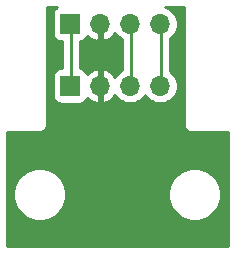
<source format=gbr>
G04 #@! TF.GenerationSoftware,KiCad,Pcbnew,(5.1.8)-1*
G04 #@! TF.CreationDate,2021-02-09T21:39:22+01:00*
G04 #@! TF.ProjectId,sensor_u,73656e73-6f72-45f7-952e-6b696361645f,rev?*
G04 #@! TF.SameCoordinates,Original*
G04 #@! TF.FileFunction,Copper,L1,Top*
G04 #@! TF.FilePolarity,Positive*
%FSLAX46Y46*%
G04 Gerber Fmt 4.6, Leading zero omitted, Abs format (unit mm)*
G04 Created by KiCad (PCBNEW (5.1.8)-1) date 2021-02-09 21:39:22*
%MOMM*%
%LPD*%
G01*
G04 APERTURE LIST*
G04 #@! TA.AperFunction,ComponentPad*
%ADD10O,1.700000X1.700000*%
G04 #@! TD*
G04 #@! TA.AperFunction,ComponentPad*
%ADD11R,1.700000X1.700000*%
G04 #@! TD*
G04 #@! TA.AperFunction,Conductor*
%ADD12C,0.250000*%
G04 #@! TD*
G04 #@! TA.AperFunction,Conductor*
%ADD13C,0.254000*%
G04 #@! TD*
G04 #@! TA.AperFunction,Conductor*
%ADD14C,0.100000*%
G04 #@! TD*
G04 APERTURE END LIST*
D10*
X73863200Y-73837800D03*
X71323200Y-73837800D03*
X68783200Y-73837800D03*
D11*
X66243200Y-73837800D03*
X66243200Y-68580000D03*
D10*
X68783200Y-68580000D03*
X71323200Y-68580000D03*
X73863200Y-68580000D03*
D12*
X66294000Y-68630800D02*
X66243200Y-68580000D01*
X66294000Y-74422000D02*
X66294000Y-68630800D01*
X73914000Y-68630800D02*
X73863200Y-68580000D01*
X73914000Y-74422000D02*
X73914000Y-68630800D01*
X71374000Y-68630800D02*
X71323200Y-68580000D01*
X71374000Y-74422000D02*
X71374000Y-68630800D01*
D13*
X65038706Y-67199463D02*
X64942015Y-67278815D01*
X64862663Y-67375506D01*
X64803698Y-67485820D01*
X64767388Y-67605518D01*
X64755128Y-67730000D01*
X64755128Y-69430000D01*
X64767388Y-69554482D01*
X64803698Y-69674180D01*
X64862663Y-69784494D01*
X64942015Y-69881185D01*
X65038706Y-69960537D01*
X65149020Y-70019502D01*
X65268718Y-70055812D01*
X65393200Y-70068072D01*
X65534001Y-70068072D01*
X65534000Y-72349728D01*
X65393200Y-72349728D01*
X65268718Y-72361988D01*
X65149020Y-72398298D01*
X65038706Y-72457263D01*
X64942015Y-72536615D01*
X64862663Y-72633306D01*
X64803698Y-72743620D01*
X64767388Y-72863318D01*
X64755128Y-72987800D01*
X64755128Y-74687800D01*
X64767388Y-74812282D01*
X64803698Y-74931980D01*
X64862663Y-75042294D01*
X64942015Y-75138985D01*
X65038706Y-75218337D01*
X65149020Y-75277302D01*
X65268718Y-75313612D01*
X65393200Y-75325872D01*
X67093200Y-75325872D01*
X67217682Y-75313612D01*
X67337380Y-75277302D01*
X67447694Y-75218337D01*
X67544385Y-75138985D01*
X67623737Y-75042294D01*
X67682702Y-74931980D01*
X67707166Y-74851334D01*
X67782931Y-74935388D01*
X68016280Y-75109441D01*
X68279101Y-75234625D01*
X68426310Y-75279276D01*
X68656200Y-75157955D01*
X68656200Y-73964800D01*
X68636200Y-73964800D01*
X68636200Y-73710800D01*
X68656200Y-73710800D01*
X68656200Y-72517645D01*
X68426310Y-72396324D01*
X68279101Y-72440975D01*
X68016280Y-72566159D01*
X67782931Y-72740212D01*
X67707166Y-72824266D01*
X67682702Y-72743620D01*
X67623737Y-72633306D01*
X67544385Y-72536615D01*
X67447694Y-72457263D01*
X67337380Y-72398298D01*
X67217682Y-72361988D01*
X67093200Y-72349728D01*
X67054000Y-72349728D01*
X67054000Y-70068072D01*
X67093200Y-70068072D01*
X67217682Y-70055812D01*
X67337380Y-70019502D01*
X67447694Y-69960537D01*
X67544385Y-69881185D01*
X67623737Y-69784494D01*
X67682702Y-69674180D01*
X67707166Y-69593534D01*
X67782931Y-69677588D01*
X68016280Y-69851641D01*
X68279101Y-69976825D01*
X68426310Y-70021476D01*
X68656200Y-69900155D01*
X68656200Y-68707000D01*
X68636200Y-68707000D01*
X68636200Y-68453000D01*
X68656200Y-68453000D01*
X68656200Y-68433000D01*
X68910200Y-68433000D01*
X68910200Y-68453000D01*
X68930200Y-68453000D01*
X68930200Y-68707000D01*
X68910200Y-68707000D01*
X68910200Y-69900155D01*
X69140090Y-70021476D01*
X69287299Y-69976825D01*
X69550120Y-69851641D01*
X69783469Y-69677588D01*
X69978378Y-69461355D01*
X70048005Y-69344466D01*
X70169725Y-69526632D01*
X70376568Y-69733475D01*
X70614001Y-69892122D01*
X70614000Y-72525678D01*
X70376568Y-72684325D01*
X70169725Y-72891168D01*
X70048005Y-73073334D01*
X69978378Y-72956445D01*
X69783469Y-72740212D01*
X69550120Y-72566159D01*
X69287299Y-72440975D01*
X69140090Y-72396324D01*
X68910200Y-72517645D01*
X68910200Y-73710800D01*
X68930200Y-73710800D01*
X68930200Y-73964800D01*
X68910200Y-73964800D01*
X68910200Y-75157955D01*
X69140090Y-75279276D01*
X69287299Y-75234625D01*
X69550120Y-75109441D01*
X69783469Y-74935388D01*
X69978378Y-74719155D01*
X70048005Y-74602266D01*
X70169725Y-74784432D01*
X70376568Y-74991275D01*
X70619789Y-75153790D01*
X70890042Y-75265732D01*
X71176940Y-75322800D01*
X71469460Y-75322800D01*
X71756358Y-75265732D01*
X72026611Y-75153790D01*
X72269832Y-74991275D01*
X72476675Y-74784432D01*
X72593200Y-74610040D01*
X72709725Y-74784432D01*
X72916568Y-74991275D01*
X73159789Y-75153790D01*
X73430042Y-75265732D01*
X73716940Y-75322800D01*
X74009460Y-75322800D01*
X74296358Y-75265732D01*
X74566611Y-75153790D01*
X74809832Y-74991275D01*
X75016675Y-74784432D01*
X75179190Y-74541211D01*
X75291132Y-74270958D01*
X75348200Y-73984060D01*
X75348200Y-73691540D01*
X75291132Y-73404642D01*
X75179190Y-73134389D01*
X75016675Y-72891168D01*
X74809832Y-72684325D01*
X74674000Y-72593565D01*
X74674000Y-69824235D01*
X74809832Y-69733475D01*
X75016675Y-69526632D01*
X75179190Y-69283411D01*
X75291132Y-69013158D01*
X75348200Y-68726260D01*
X75348200Y-68433740D01*
X75291132Y-68146842D01*
X75179190Y-67876589D01*
X75016675Y-67633368D01*
X74809832Y-67426525D01*
X74566611Y-67264010D01*
X74308748Y-67157200D01*
X75844801Y-67157200D01*
X75844800Y-77056748D01*
X75841608Y-77089317D01*
X75847816Y-77152039D01*
X75854350Y-77218382D01*
X75854398Y-77218539D01*
X75854413Y-77218694D01*
X75872970Y-77279762D01*
X75892090Y-77342792D01*
X75892166Y-77342934D01*
X75892212Y-77343086D01*
X75922560Y-77399798D01*
X75953375Y-77457449D01*
X75953478Y-77457574D01*
X75953552Y-77457713D01*
X75994043Y-77507004D01*
X76035852Y-77557948D01*
X76035978Y-77558051D01*
X76036077Y-77558172D01*
X76085018Y-77598298D01*
X76136350Y-77640425D01*
X76136495Y-77640502D01*
X76136615Y-77640601D01*
X76192502Y-77670439D01*
X76251007Y-77701710D01*
X76251163Y-77701757D01*
X76251301Y-77701831D01*
X76311775Y-77720144D01*
X76375417Y-77739450D01*
X76375581Y-77739466D01*
X76375729Y-77739511D01*
X76438817Y-77745694D01*
X76504800Y-77752193D01*
X76537381Y-77748984D01*
X79604001Y-77747516D01*
X79604000Y-87427200D01*
X60908800Y-87427200D01*
X60908800Y-82779872D01*
X61442800Y-82779872D01*
X61442800Y-83220128D01*
X61528690Y-83651925D01*
X61697169Y-84058669D01*
X61941762Y-84424729D01*
X62253071Y-84736038D01*
X62619131Y-84980631D01*
X63025875Y-85149110D01*
X63457672Y-85235000D01*
X63897928Y-85235000D01*
X64329725Y-85149110D01*
X64736469Y-84980631D01*
X65102529Y-84736038D01*
X65413838Y-84424729D01*
X65658431Y-84058669D01*
X65826910Y-83651925D01*
X65912800Y-83220128D01*
X65912800Y-82779872D01*
X74541000Y-82779872D01*
X74541000Y-83220128D01*
X74626890Y-83651925D01*
X74795369Y-84058669D01*
X75039962Y-84424729D01*
X75351271Y-84736038D01*
X75717331Y-84980631D01*
X76124075Y-85149110D01*
X76555872Y-85235000D01*
X76996128Y-85235000D01*
X77427925Y-85149110D01*
X77834669Y-84980631D01*
X78200729Y-84736038D01*
X78512038Y-84424729D01*
X78756631Y-84058669D01*
X78925110Y-83651925D01*
X79011000Y-83220128D01*
X79011000Y-82779872D01*
X78925110Y-82348075D01*
X78756631Y-81941331D01*
X78512038Y-81575271D01*
X78200729Y-81263962D01*
X77834669Y-81019369D01*
X77427925Y-80850890D01*
X76996128Y-80765000D01*
X76555872Y-80765000D01*
X76124075Y-80850890D01*
X75717331Y-81019369D01*
X75351271Y-81263962D01*
X75039962Y-81575271D01*
X74795369Y-81941331D01*
X74626890Y-82348075D01*
X74541000Y-82779872D01*
X65912800Y-82779872D01*
X65826910Y-82348075D01*
X65658431Y-81941331D01*
X65413838Y-81575271D01*
X65102529Y-81263962D01*
X64736469Y-81019369D01*
X64329725Y-80850890D01*
X63897928Y-80765000D01*
X63457672Y-80765000D01*
X63025875Y-80850890D01*
X62619131Y-81019369D01*
X62253071Y-81263962D01*
X61941762Y-81575271D01*
X61697169Y-81941331D01*
X61528690Y-82348075D01*
X61442800Y-82779872D01*
X60908800Y-82779872D01*
X60908800Y-77747551D01*
X63594403Y-77748983D01*
X63627000Y-77752193D01*
X63692475Y-77745744D01*
X63756035Y-77739518D01*
X63756201Y-77739468D01*
X63756382Y-77739450D01*
X63819231Y-77720385D01*
X63880466Y-77701845D01*
X63880623Y-77701761D01*
X63880792Y-77701710D01*
X63938100Y-77671078D01*
X63995155Y-77640621D01*
X63995291Y-77640509D01*
X63995449Y-77640425D01*
X64046717Y-77598350D01*
X64095697Y-77558197D01*
X64095805Y-77558065D01*
X64095948Y-77557948D01*
X64138423Y-77506192D01*
X64178228Y-77457743D01*
X64178309Y-77457591D01*
X64178425Y-77457450D01*
X64209736Y-77398871D01*
X64239574Y-77343119D01*
X64239624Y-77342953D01*
X64239710Y-77342793D01*
X64259040Y-77279071D01*
X64277380Y-77218729D01*
X64277397Y-77218558D01*
X64277450Y-77218383D01*
X64283980Y-77152086D01*
X64290192Y-77089353D01*
X64287000Y-77056766D01*
X64287000Y-67157200D01*
X65117773Y-67157200D01*
X65038706Y-67199463D01*
G04 #@! TA.AperFunction,Conductor*
D14*
G36*
X65038706Y-67199463D02*
G01*
X64942015Y-67278815D01*
X64862663Y-67375506D01*
X64803698Y-67485820D01*
X64767388Y-67605518D01*
X64755128Y-67730000D01*
X64755128Y-69430000D01*
X64767388Y-69554482D01*
X64803698Y-69674180D01*
X64862663Y-69784494D01*
X64942015Y-69881185D01*
X65038706Y-69960537D01*
X65149020Y-70019502D01*
X65268718Y-70055812D01*
X65393200Y-70068072D01*
X65534001Y-70068072D01*
X65534000Y-72349728D01*
X65393200Y-72349728D01*
X65268718Y-72361988D01*
X65149020Y-72398298D01*
X65038706Y-72457263D01*
X64942015Y-72536615D01*
X64862663Y-72633306D01*
X64803698Y-72743620D01*
X64767388Y-72863318D01*
X64755128Y-72987800D01*
X64755128Y-74687800D01*
X64767388Y-74812282D01*
X64803698Y-74931980D01*
X64862663Y-75042294D01*
X64942015Y-75138985D01*
X65038706Y-75218337D01*
X65149020Y-75277302D01*
X65268718Y-75313612D01*
X65393200Y-75325872D01*
X67093200Y-75325872D01*
X67217682Y-75313612D01*
X67337380Y-75277302D01*
X67447694Y-75218337D01*
X67544385Y-75138985D01*
X67623737Y-75042294D01*
X67682702Y-74931980D01*
X67707166Y-74851334D01*
X67782931Y-74935388D01*
X68016280Y-75109441D01*
X68279101Y-75234625D01*
X68426310Y-75279276D01*
X68656200Y-75157955D01*
X68656200Y-73964800D01*
X68636200Y-73964800D01*
X68636200Y-73710800D01*
X68656200Y-73710800D01*
X68656200Y-72517645D01*
X68426310Y-72396324D01*
X68279101Y-72440975D01*
X68016280Y-72566159D01*
X67782931Y-72740212D01*
X67707166Y-72824266D01*
X67682702Y-72743620D01*
X67623737Y-72633306D01*
X67544385Y-72536615D01*
X67447694Y-72457263D01*
X67337380Y-72398298D01*
X67217682Y-72361988D01*
X67093200Y-72349728D01*
X67054000Y-72349728D01*
X67054000Y-70068072D01*
X67093200Y-70068072D01*
X67217682Y-70055812D01*
X67337380Y-70019502D01*
X67447694Y-69960537D01*
X67544385Y-69881185D01*
X67623737Y-69784494D01*
X67682702Y-69674180D01*
X67707166Y-69593534D01*
X67782931Y-69677588D01*
X68016280Y-69851641D01*
X68279101Y-69976825D01*
X68426310Y-70021476D01*
X68656200Y-69900155D01*
X68656200Y-68707000D01*
X68636200Y-68707000D01*
X68636200Y-68453000D01*
X68656200Y-68453000D01*
X68656200Y-68433000D01*
X68910200Y-68433000D01*
X68910200Y-68453000D01*
X68930200Y-68453000D01*
X68930200Y-68707000D01*
X68910200Y-68707000D01*
X68910200Y-69900155D01*
X69140090Y-70021476D01*
X69287299Y-69976825D01*
X69550120Y-69851641D01*
X69783469Y-69677588D01*
X69978378Y-69461355D01*
X70048005Y-69344466D01*
X70169725Y-69526632D01*
X70376568Y-69733475D01*
X70614001Y-69892122D01*
X70614000Y-72525678D01*
X70376568Y-72684325D01*
X70169725Y-72891168D01*
X70048005Y-73073334D01*
X69978378Y-72956445D01*
X69783469Y-72740212D01*
X69550120Y-72566159D01*
X69287299Y-72440975D01*
X69140090Y-72396324D01*
X68910200Y-72517645D01*
X68910200Y-73710800D01*
X68930200Y-73710800D01*
X68930200Y-73964800D01*
X68910200Y-73964800D01*
X68910200Y-75157955D01*
X69140090Y-75279276D01*
X69287299Y-75234625D01*
X69550120Y-75109441D01*
X69783469Y-74935388D01*
X69978378Y-74719155D01*
X70048005Y-74602266D01*
X70169725Y-74784432D01*
X70376568Y-74991275D01*
X70619789Y-75153790D01*
X70890042Y-75265732D01*
X71176940Y-75322800D01*
X71469460Y-75322800D01*
X71756358Y-75265732D01*
X72026611Y-75153790D01*
X72269832Y-74991275D01*
X72476675Y-74784432D01*
X72593200Y-74610040D01*
X72709725Y-74784432D01*
X72916568Y-74991275D01*
X73159789Y-75153790D01*
X73430042Y-75265732D01*
X73716940Y-75322800D01*
X74009460Y-75322800D01*
X74296358Y-75265732D01*
X74566611Y-75153790D01*
X74809832Y-74991275D01*
X75016675Y-74784432D01*
X75179190Y-74541211D01*
X75291132Y-74270958D01*
X75348200Y-73984060D01*
X75348200Y-73691540D01*
X75291132Y-73404642D01*
X75179190Y-73134389D01*
X75016675Y-72891168D01*
X74809832Y-72684325D01*
X74674000Y-72593565D01*
X74674000Y-69824235D01*
X74809832Y-69733475D01*
X75016675Y-69526632D01*
X75179190Y-69283411D01*
X75291132Y-69013158D01*
X75348200Y-68726260D01*
X75348200Y-68433740D01*
X75291132Y-68146842D01*
X75179190Y-67876589D01*
X75016675Y-67633368D01*
X74809832Y-67426525D01*
X74566611Y-67264010D01*
X74308748Y-67157200D01*
X75844801Y-67157200D01*
X75844800Y-77056748D01*
X75841608Y-77089317D01*
X75847816Y-77152039D01*
X75854350Y-77218382D01*
X75854398Y-77218539D01*
X75854413Y-77218694D01*
X75872970Y-77279762D01*
X75892090Y-77342792D01*
X75892166Y-77342934D01*
X75892212Y-77343086D01*
X75922560Y-77399798D01*
X75953375Y-77457449D01*
X75953478Y-77457574D01*
X75953552Y-77457713D01*
X75994043Y-77507004D01*
X76035852Y-77557948D01*
X76035978Y-77558051D01*
X76036077Y-77558172D01*
X76085018Y-77598298D01*
X76136350Y-77640425D01*
X76136495Y-77640502D01*
X76136615Y-77640601D01*
X76192502Y-77670439D01*
X76251007Y-77701710D01*
X76251163Y-77701757D01*
X76251301Y-77701831D01*
X76311775Y-77720144D01*
X76375417Y-77739450D01*
X76375581Y-77739466D01*
X76375729Y-77739511D01*
X76438817Y-77745694D01*
X76504800Y-77752193D01*
X76537381Y-77748984D01*
X79604001Y-77747516D01*
X79604000Y-87427200D01*
X60908800Y-87427200D01*
X60908800Y-82779872D01*
X61442800Y-82779872D01*
X61442800Y-83220128D01*
X61528690Y-83651925D01*
X61697169Y-84058669D01*
X61941762Y-84424729D01*
X62253071Y-84736038D01*
X62619131Y-84980631D01*
X63025875Y-85149110D01*
X63457672Y-85235000D01*
X63897928Y-85235000D01*
X64329725Y-85149110D01*
X64736469Y-84980631D01*
X65102529Y-84736038D01*
X65413838Y-84424729D01*
X65658431Y-84058669D01*
X65826910Y-83651925D01*
X65912800Y-83220128D01*
X65912800Y-82779872D01*
X74541000Y-82779872D01*
X74541000Y-83220128D01*
X74626890Y-83651925D01*
X74795369Y-84058669D01*
X75039962Y-84424729D01*
X75351271Y-84736038D01*
X75717331Y-84980631D01*
X76124075Y-85149110D01*
X76555872Y-85235000D01*
X76996128Y-85235000D01*
X77427925Y-85149110D01*
X77834669Y-84980631D01*
X78200729Y-84736038D01*
X78512038Y-84424729D01*
X78756631Y-84058669D01*
X78925110Y-83651925D01*
X79011000Y-83220128D01*
X79011000Y-82779872D01*
X78925110Y-82348075D01*
X78756631Y-81941331D01*
X78512038Y-81575271D01*
X78200729Y-81263962D01*
X77834669Y-81019369D01*
X77427925Y-80850890D01*
X76996128Y-80765000D01*
X76555872Y-80765000D01*
X76124075Y-80850890D01*
X75717331Y-81019369D01*
X75351271Y-81263962D01*
X75039962Y-81575271D01*
X74795369Y-81941331D01*
X74626890Y-82348075D01*
X74541000Y-82779872D01*
X65912800Y-82779872D01*
X65826910Y-82348075D01*
X65658431Y-81941331D01*
X65413838Y-81575271D01*
X65102529Y-81263962D01*
X64736469Y-81019369D01*
X64329725Y-80850890D01*
X63897928Y-80765000D01*
X63457672Y-80765000D01*
X63025875Y-80850890D01*
X62619131Y-81019369D01*
X62253071Y-81263962D01*
X61941762Y-81575271D01*
X61697169Y-81941331D01*
X61528690Y-82348075D01*
X61442800Y-82779872D01*
X60908800Y-82779872D01*
X60908800Y-77747551D01*
X63594403Y-77748983D01*
X63627000Y-77752193D01*
X63692475Y-77745744D01*
X63756035Y-77739518D01*
X63756201Y-77739468D01*
X63756382Y-77739450D01*
X63819231Y-77720385D01*
X63880466Y-77701845D01*
X63880623Y-77701761D01*
X63880792Y-77701710D01*
X63938100Y-77671078D01*
X63995155Y-77640621D01*
X63995291Y-77640509D01*
X63995449Y-77640425D01*
X64046717Y-77598350D01*
X64095697Y-77558197D01*
X64095805Y-77558065D01*
X64095948Y-77557948D01*
X64138423Y-77506192D01*
X64178228Y-77457743D01*
X64178309Y-77457591D01*
X64178425Y-77457450D01*
X64209736Y-77398871D01*
X64239574Y-77343119D01*
X64239624Y-77342953D01*
X64239710Y-77342793D01*
X64259040Y-77279071D01*
X64277380Y-77218729D01*
X64277397Y-77218558D01*
X64277450Y-77218383D01*
X64283980Y-77152086D01*
X64290192Y-77089353D01*
X64287000Y-77056766D01*
X64287000Y-67157200D01*
X65117773Y-67157200D01*
X65038706Y-67199463D01*
G37*
G04 #@! TD.AperFunction*
M02*

</source>
